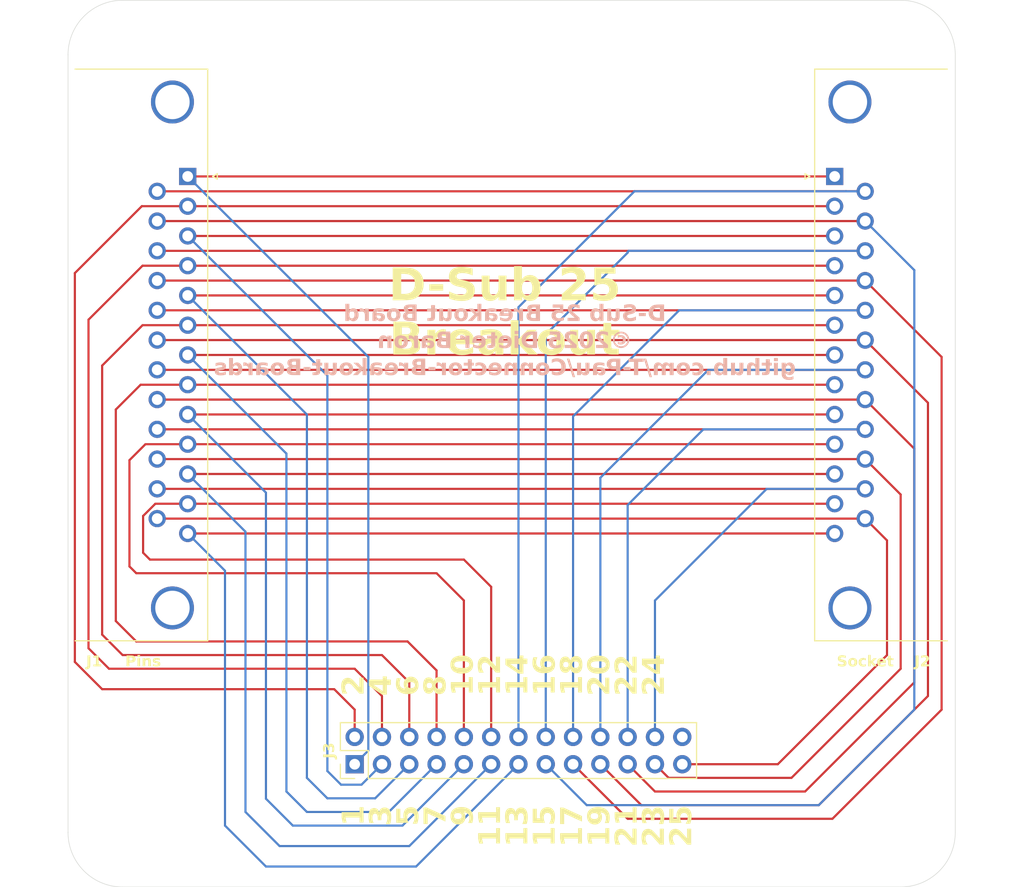
<source format=kicad_pcb>
(kicad_pcb (version 20241229) (generator "pcbnew") (generator_version "9.0")
  (layers (0 "F.Cu" signal) (2 "B.Cu" signal) (13 "F.Paste" user) (15 "B.Paste" user) (5 "F.SilkS" user "F.Silkscreen") (7 "B.SilkS" user "B.Silkscreen") (1 "F.Mask" user) (3 "B.Mask" user) (25 "Edge.Cuts" user))
  (net 0 "")
  (net 1 "Net-(J3-Pin_7)")
  (net 2 "Net-(J3-Pin_2)")
  (net 3 "Net-(J3-Pin_4)")
  (net 4 "Net-(J3-Pin_8)")
  (net 5 "Net-(J3-Pin_1)")
  (net 8 "Net-(J3-Pin_5)")
  (net 9 "Net-(J3-Pin_6)")
  (net 10 "Net-(J3-Pin_3)")
  (net 13 "Net-(J3-Pin_12)")
  (net 14 "Net-(J3-Pin_13)")
  (net 15 "Net-(J3-Pin_9)")
  (net 16 "Net-(J3-Pin_11)")
  (net 17 "Net-(J1-P15)")
  (net 18 "Net-(J3-Pin_10)")
  (net 19 "Net-(J1-P14)")
  (net 20 "Net-(J1-P16)")
  (net 21 "Net-(J1-P21)")
  (net 22 "Net-(J1-P17)")
  (net 23 "Net-(J1-P23)")
  (net 24 "Net-(J1-P18)")
  (net 25 "Net-(J1-P19)")
  (net 26 "Net-(J1-P20)")
  (net 27 "Net-(J1-P22)")
  (net 28 "Net-(J1-P25)")
  (net 29 "Net-(J1-P24)")
  (footprint "Connector_Dsub:DSUB-25_Pins_Horizontal_P2.77x2.84mm_EdgePinOffset7.70mm_Housed_MountingHolesOffset9.12mm" (layer "F.Cu") (at 73.365331 31.64 -90)
    (property "Reference" "J1" (at 45.195 7.960331 0) (layer "F.SilkS") (effects (justify right)))
    (property "Value" "Pins" (at 45.195 4.150331 0) (layer "F.SilkS"))
    (fp_line (start -9.99 10.48) (end -9.99 -1.86) (stroke (width 0.12)) (layer "F.SilkS"))
    (fp_line (start -9.99 -1.86) (end 43.23 -1.86) (stroke (width 0.12)) (layer "F.SilkS"))
    (fp_line (start 43.23 -1.86) (end 43.23 10.48) (stroke (width 0.12)) (layer "F.SilkS"))
    (fp_line (start 0 -2.321325) (end -0.25 -2.754338) (stroke (width 0.12)) (layer "F.SilkS"))
    (fp_line (start -0.25 -2.754338) (end 0.25 -2.754338) (stroke (width 0.12)) (layer "F.SilkS"))
    (fp_line (start 0.25 -2.754338) (end 0 -2.321325) (stroke (width 0.12)) (layer "F.SilkS"))
    (pad "0" thru_hole circle (at -6.93 1.42 270) (size 4 4) (drill 3.2) (layers "*.Cu" "*.Mask"))
    (pad "0" thru_hole circle (at 40.17 1.42 270) (size 4 4) (drill 3.2) (layers "*.Cu" "*.Mask"))
    (pad "1" thru_hole rect (at 0 0 270) (size 1.6 1.6) (drill 1) (layers "*.Cu" "*.Mask") (net 5 "Net-(J3-Pin_1)"))
    (pad "2" thru_hole circle (at 2.77 0 270) (size 1.6 1.6) (drill 1) (layers "*.Cu" "*.Mask") (net 2 "Net-(J3-Pin_2)"))
    (pad "3" thru_hole circle (at 5.54 0 270) (size 1.6 1.6) (drill 1) (layers "*.Cu" "*.Mask") (net 10 "Net-(J3-Pin_3)"))
    (pad "4" thru_hole circle (at 8.31 0 270) (size 1.6 1.6) (drill 1) (layers "*.Cu" "*.Mask") (net 3 "Net-(J3-Pin_4)"))
    (pad "5" thru_hole circle (at 11.08 0 270) (size 1.6 1.6) (drill 1) (layers "*.Cu" "*.Mask") (net 8 "Net-(J3-Pin_5)"))
    (pad "6" thru_hole circle (at 13.85 0 270) (size 1.6 1.6) (drill 1) (layers "*.Cu" "*.Mask") (net 9 "Net-(J3-Pin_6)"))
    (pad "7" thru_hole circle (at 16.62 0 270) (size 1.6 1.6) (drill 1) (layers "*.Cu" "*.Mask") (net 1 "Net-(J3-Pin_7)"))
    (pad "8" thru_hole circle (at 19.39 0 270) (size 1.6 1.6) (drill 1) (layers "*.Cu" "*.Mask") (net 4 "Net-(J3-Pin_8)"))
    (pad "9" thru_hole circle (at 22.16 0 270) (size 1.6 1.6) (drill 1) (layers "*.Cu" "*.Mask") (net 15 "Net-(J3-Pin_9)"))
    (pad "10" thru_hole circle (at 24.93 0 270) (size 1.6 1.6) (drill 1) (layers "*.Cu" "*.Mask") (net 18 "Net-(J3-Pin_10)"))
    (pad "11" thru_hole circle (at 27.7 0 270) (size 1.6 1.6) (drill 1) (layers "*.Cu" "*.Mask") (net 16 "Net-(J3-Pin_11)"))
    (pad "12" thru_hole circle (at 30.47 0 270) (size 1.6 1.6) (drill 1) (layers "*.Cu" "*.Mask") (net 13 "Net-(J3-Pin_12)"))
    (pad "13" thru_hole circle (at 33.24 0 270) (size 1.6 1.6) (drill 1) (layers "*.Cu" "*.Mask") (net 14 "Net-(J3-Pin_13)"))
    (pad "14" thru_hole circle (at 1.385 2.84 270) (size 1.6 1.6) (drill 1) (layers "*.Cu" "*.Mask") (net 19 "Net-(J1-P14)"))
    (pad "15" thru_hole circle (at 4.155 2.84 270) (size 1.6 1.6) (drill 1) (layers "*.Cu" "*.Mask") (net 17 "Net-(J1-P15)"))
    (pad "16" thru_hole circle (at 6.925 2.84 270) (size 1.6 1.6) (drill 1) (layers "*.Cu" "*.Mask") (net 20 "Net-(J1-P16)"))
    (pad "17" thru_hole circle (at 9.695 2.84 270) (size 1.6 1.6) (drill 1) (layers "*.Cu" "*.Mask") (net 22 "Net-(J1-P17)"))
    (pad "18" thru_hole circle (at 12.465 2.84 270) (size 1.6 1.6) (drill 1) (layers "*.Cu" "*.Mask") (net 24 "Net-(J1-P18)"))
    (pad "19" thru_hole circle (at 15.235 2.84 270) (size 1.6 1.6) (drill 1) (layers "*.Cu" "*.Mask") (net 25 "Net-(J1-P19)"))
    (pad "20" thru_hole circle (at 18.005 2.84 270) (size 1.6 1.6) (drill 1) (layers "*.Cu" "*.Mask") (net 26 "Net-(J1-P20)"))
    (pad "21" thru_hole circle (at 20.775 2.84 270) (size 1.6 1.6) (drill 1) (layers "*.Cu" "*.Mask") (net 21 "Net-(J1-P21)"))
    (pad "22" thru_hole circle (at 23.545 2.84 270) (size 1.6 1.6) (drill 1) (layers "*.Cu" "*.Mask") (net 27 "Net-(J1-P22)"))
    (pad "23" thru_hole circle (at 26.315 2.84 270) (size 1.6 1.6) (drill 1) (layers "*.Cu" "*.Mask") (net 23 "Net-(J1-P23)"))
    (pad "24" thru_hole circle (at 29.085 2.84 270) (size 1.6 1.6) (drill 1) (layers "*.Cu" "*.Mask") (net 29 "Net-(J1-P24)"))
    (pad "25" thru_hole circle (at 31.855 2.84 270) (size 1.6 1.6) (drill 1) (layers "*.Cu" "*.Mask") (net 28 "Net-(J1-P25)"))
  )
  (footprint "Connector_Dsub:DSUB-25_Socket_Horizontal_P2.77x2.84mm_EdgePinOffset7.70mm_Housed_MountingHolesOffset9.12mm" (layer "F.Cu") (at 133.559669 31.64 90)
    (property "Reference" "J2" (at -45.195 7.410331 0) (layer "F.SilkS") (effects (justify left)))
    (property "Value" "Socket" (at -45.195 5.505331 0) (layer "F.SilkS") (effects (justify right)))
    (fp_line (start 0.25 -2.754338) (end 0 -2.321325) (stroke (width 0.12)) (layer "F.SilkS"))
    (fp_line (start -0.25 -2.754338) (end 0.25 -2.754338) (stroke (width 0.12)) (layer "F.SilkS"))
    (fp_line (start 0 -2.321325) (end -0.25 -2.754338) (stroke (width 0.12)) (layer "F.SilkS"))
    (fp_line (start 9.99 -1.86) (end 9.99 10.48) (stroke (width 0.12)) (layer "F.SilkS"))
    (fp_line (start -43.23 -1.86) (end 9.99 -1.86) (stroke (width 0.12)) (layer "F.SilkS"))
    (fp_line (start -43.23 10.48) (end -43.23 -1.86) (stroke (width 0.12)) (layer "F.SilkS"))
    (pad "0" thru_hole circle (at -40.17 1.42 90) (size 4 4) (drill 3.2) (layers "*.Cu" "*.Mask"))
    (pad "0" thru_hole circle (at 6.93 1.42 90) (size 4 4) (drill 3.2) (layers "*.Cu" "*.Mask"))
    (pad "1" thru_hole rect (at 0 0 90) (size 1.6 1.6) (drill 1) (layers "*.Cu" "*.Mask") (net 5 "Net-(J3-Pin_1)"))
    (pad "2" thru_hole circle (at -2.77 0 90) (size 1.6 1.6) (drill 1) (layers "*.Cu" "*.Mask") (net 2 "Net-(J3-Pin_2)"))
    (pad "3" thru_hole circle (at -5.54 0 90) (size 1.6 1.6) (drill 1) (layers "*.Cu" "*.Mask") (net 10 "Net-(J3-Pin_3)"))
    (pad "4" thru_hole circle (at -8.31 0 90) (size 1.6 1.6) (drill 1) (layers "*.Cu" "*.Mask") (net 3 "Net-(J3-Pin_4)"))
    (pad "5" thru_hole circle (at -11.08 0 90) (size 1.6 1.6) (drill 1) (layers "*.Cu" "*.Mask") (net 8 "Net-(J3-Pin_5)"))
    (pad "6" thru_hole circle (at -13.85 0 90) (size 1.6 1.6) (drill 1) (layers "*.Cu" "*.Mask") (net 9 "Net-(J3-Pin_6)"))
    (pad "7" thru_hole circle (at -16.62 0 90) (size 1.6 1.6) (drill 1) (layers "*.Cu" "*.Mask") (net 1 "Net-(J3-Pin_7)"))
    (pad "8" thru_hole circle (at -19.39 0 90) (size 1.6 1.6) (drill 1) (layers "*.Cu" "*.Mask") (net 4 "Net-(J3-Pin_8)"))
    (pad "9" thru_hole circle (at -22.16 0 90) (size 1.6 1.6) (drill 1) (layers "*.Cu" "*.Mask") (net 15 "Net-(J3-Pin_9)"))
    (pad "10" thru_hole circle (at -24.93 0 90) (size 1.6 1.6) (drill 1) (layers "*.Cu" "*.Mask") (net 18 "Net-(J3-Pin_10)"))
    (pad "11" thru_hole circle (at -27.7 0 90) (size 1.6 1.6) (drill 1) (layers "*.Cu" "*.Mask") (net 16 "Net-(J3-Pin_11)"))
    (pad "12" thru_hole circle (at -30.47 0 90) (size 1.6 1.6) (drill 1) (layers "*.Cu" "*.Mask") (net 13 "Net-(J3-Pin_12)"))
    (pad "13" thru_hole circle (at -33.24 0 90) (size 1.6 1.6) (drill 1) (layers "*.Cu" "*.Mask") (net 14 "Net-(J3-Pin_13)"))
    (pad "14" thru_hole circle (at -1.385 2.84 90) (size 1.6 1.6) (drill 1) (layers "*.Cu" "*.Mask") (net 19 "Net-(J1-P14)"))
    (pad "15" thru_hole circle (at -4.155 2.84 90) (size 1.6 1.6) (drill 1) (layers "*.Cu" "*.Mask") (net 17 "Net-(J1-P15)"))
    (pad "16" thru_hole circle (at -6.925 2.84 90) (size 1.6 1.6) (drill 1) (layers "*.Cu" "*.Mask") (net 20 "Net-(J1-P16)"))
    (pad "17" thru_hole circle (at -9.695 2.84 90) (size 1.6 1.6) (drill 1) (layers "*.Cu" "*.Mask") (net 22 "Net-(J1-P17)"))
    (pad "18" thru_hole circle (at -12.465 2.84 90) (size 1.6 1.6) (drill 1) (layers "*.Cu" "*.Mask") (net 24 "Net-(J1-P18)"))
    (pad "19" thru_hole circle (at -15.235 2.84 90) (size 1.6 1.6) (drill 1) (layers "*.Cu" "*.Mask") (net 25 "Net-(J1-P19)"))
    (pad "20" thru_hole circle (at -18.005 2.84 90) (size 1.6 1.6) (drill 1) (layers "*.Cu" "*.Mask") (net 26 "Net-(J1-P20)"))
    (pad "21" thru_hole circle (at -20.775 2.84 90) (size 1.6 1.6) (drill 1) (layers "*.Cu" "*.Mask") (net 21 "Net-(J1-P21)"))
    (pad "22" thru_hole circle (at -23.545 2.84 90) (size 1.6 1.6) (drill 1) (layers "*.Cu" "*.Mask") (net 27 "Net-(J1-P22)"))
    (pad "23" thru_hole circle (at -26.315 2.84 90) (size 1.6 1.6) (drill 1) (layers "*.Cu" "*.Mask") (net 23 "Net-(J1-P23)"))
    (pad "24" thru_hole circle (at -29.085 2.84 90) (size 1.6 1.6) (drill 1) (layers "*.Cu" "*.Mask") (net 29 "Net-(J1-P24)"))
    (pad "25" thru_hole circle (at -31.855 2.84 90) (size 1.6 1.6) (drill 1) (layers "*.Cu" "*.Mask") (net 28 "Net-(J1-P25)"))
  )
  (footprint "Connector_PinHeader_2.54mm:PinHeader_2x13_P2.54mm_Vertical" (layer "F.Cu") (at 88.9 86.36 90)
    (property "Reference" "J3" (at 1.27 -2.33 90) (layer "F.SilkS"))
    (property "Value" "Breakout")
    (fp_line (start 3.87 -1.33) (end 3.87 31.81) (stroke (width 0.12)) (layer "F.SilkS"))
    (fp_line (start 1.27 -1.33) (end 3.87 -1.33) (stroke (width 0.12)) (layer "F.SilkS"))
    (fp_line (start -1.33 -1.33) (end 0 -1.33) (stroke (width 0.12)) (layer "F.SilkS"))
    (fp_line (start -1.33 0) (end -1.33 -1.33) (stroke (width 0.12)) (layer "F.SilkS"))
    (fp_line (start 1.27 1.27) (end 1.27 -1.33) (stroke (width 0.12)) (layer "F.SilkS"))
    (fp_line (start -1.33 1.27) (end 1.27 1.27) (stroke (width 0.12)) (layer "F.SilkS"))
    (fp_line (start -1.33 1.27) (end -1.33 31.81) (stroke (width 0.12)) (layer "F.SilkS"))
    (fp_line (start -1.33 31.81) (end 3.87 31.81) (stroke (width 0.12)) (layer "F.SilkS"))
    (pad "1" thru_hole rect (at 0 0 90) (size 1.7 1.7) (drill 1) (layers "*.Cu" "*.Mask") (net 5 "Net-(J3-Pin_1)"))
    (pad "2" thru_hole oval (at 2.54 0 90) (size 1.7 1.7) (drill 1) (layers "*.Cu" "*.Mask") (net 2 "Net-(J3-Pin_2)"))
    (pad "3" thru_hole oval (at 0 2.54 90) (size 1.7 1.7) (drill 1) (layers "*.Cu" "*.Mask") (net 10 "Net-(J3-Pin_3)"))
    (pad "4" thru_hole oval (at 2.54 2.54 90) (size 1.7 1.7) (drill 1) (layers "*.Cu" "*.Mask") (net 3 "Net-(J3-Pin_4)"))
    (pad "5" thru_hole oval (at 0 5.08 90) (size 1.7 1.7) (drill 1) (layers "*.Cu" "*.Mask") (net 8 "Net-(J3-Pin_5)"))
    (pad "6" thru_hole oval (at 2.54 5.08 90) (size 1.7 1.7) (drill 1) (layers "*.Cu" "*.Mask") (net 9 "Net-(J3-Pin_6)"))
    (pad "7" thru_hole oval (at 0 7.62 90) (size 1.7 1.7) (drill 1) (layers "*.Cu" "*.Mask") (net 1 "Net-(J3-Pin_7)"))
    (pad "8" thru_hole oval (at 2.54 7.62 90) (size 1.7 1.7) (drill 1) (layers "*.Cu" "*.Mask") (net 4 "Net-(J3-Pin_8)"))
    (pad "9" thru_hole oval (at 0 10.16 90) (size 1.7 1.7) (drill 1) (layers "*.Cu" "*.Mask") (net 15 "Net-(J3-Pin_9)"))
    (pad "10" thru_hole oval (at 2.54 10.16 90) (size 1.7 1.7) (drill 1) (layers "*.Cu" "*.Mask") (net 18 "Net-(J3-Pin_10)"))
    (pad "11" thru_hole oval (at 0 12.7 90) (size 1.7 1.7) (drill 1) (layers "*.Cu" "*.Mask") (net 16 "Net-(J3-Pin_11)"))
    (pad "12" thru_hole oval (at 2.54 12.7 90) (size 1.7 1.7) (drill 1) (layers "*.Cu" "*.Mask") (net 13 "Net-(J3-Pin_12)"))
    (pad "13" thru_hole oval (at 0 15.24 90) (size 1.7 1.7) (drill 1) (layers "*.Cu" "*.Mask") (net 14 "Net-(J3-Pin_13)"))
    (pad "14" thru_hole oval (at 2.54 15.24 90) (size 1.7 1.7) (drill 1) (layers "*.Cu" "*.Mask") (net 19 "Net-(J1-P14)"))
    (pad "15" thru_hole oval (at 0 17.78 90) (size 1.7 1.7) (drill 1) (layers "*.Cu" "*.Mask") (net 17 "Net-(J1-P15)"))
    (pad "16" thru_hole oval (at 2.54 17.78 90) (size 1.7 1.7) (drill 1) (layers "*.Cu" "*.Mask") (net 20 "Net-(J1-P16)"))
    (pad "17" thru_hole oval (at 0 20.32 90) (size 1.7 1.7) (drill 1) (layers "*.Cu" "*.Mask") (net 22 "Net-(J1-P17)"))
    (pad "18" thru_hole oval (at 2.54 20.32 90) (size 1.7 1.7) (drill 1) (layers "*.Cu" "*.Mask") (net 24 "Net-(J1-P18)"))
    (pad "19" thru_hole oval (at 0 22.86 90) (size 1.7 1.7) (drill 1) (layers "*.Cu" "*.Mask") (net 25 "Net-(J1-P19)"))
    (pad "20" thru_hole oval (at 2.54 22.86 90) (size 1.7 1.7) (drill 1) (layers "*.Cu" "*.Mask") (net 26 "Net-(J1-P20)"))
    (pad "21" thru_hole oval (at 0 25.4 90) (size 1.7 1.7) (drill 1) (layers "*.Cu" "*.Mask") (net 21 "Net-(J1-P21)"))
    (pad "22" thru_hole oval (at 2.54 25.4 90) (size 1.7 1.7) (drill 1) (layers "*.Cu" "*.Mask") (net 27 "Net-(J1-P22)"))
    (pad "23" thru_hole oval (at 0 27.94 90) (size 1.7 1.7) (drill 1) (layers "*.Cu" "*.Mask") (net 23 "Net-(J1-P23)"))
    (pad "24" thru_hole oval (at 2.54 27.94 90) (size 1.7 1.7) (drill 1) (layers "*.Cu" "*.Mask") (net 29 "Net-(J1-P24)"))
    (pad "25" thru_hole oval (at 0 30.48 90) (size 1.7 1.7) (drill 1) (layers "*.Cu" "*.Mask") (net 28 "Net-(J1-P25)"))
    (pad "26" thru_hole oval (at 2.54 30.48 90) (size 1.7 1.7) (drill 1) (layers "*.Cu" "*.Mask"))
  )
  (gr_arc (start 139.7 15.24) (mid 143.292102 16.727898) (end 144.78 20.32) (stroke (width 0.05)) (layer "Edge.Cuts"))
  (gr_line (start 144.78 20.32) (end 144.78 92.71) (stroke (width 0.05)) (layer "Edge.Cuts"))
  (gr_line (start 67.31 15.24) (end 139.7 15.24) (stroke (width 0.05)) (layer "Edge.Cuts"))
  (gr_line (start 62.23 92.71) (end 62.23 20.32) (stroke (width 0.05)) (layer "Edge.Cuts"))
  (gr_arc (start 62.23 20.32) (mid 63.717898 16.727898) (end 67.31 15.24) (stroke (width 0.05)) (layer "Edge.Cuts"))
  (gr_line (start 139.7 97.79) (end 67.31 97.79) (stroke (width 0.05)) (layer "Edge.Cuts"))
  (gr_arc (start 67.31 97.79) (mid 63.717898 96.302102) (end 62.23 92.71) (stroke (width 0.05)) (layer "Edge.Cuts"))
  (gr_arc (start 144.78 92.71) (mid 143.292102 96.302102) (end 139.7 97.79) (stroke (width 0.05)) (layer "Edge.Cuts"))
  (gr_text "19" (at 111.76 90.17 90) (layer "F.SilkS") (effects (font (size 2 2) (thickness 0.3) (bold yes)) (justify right)))
  (gr_text "14" (at 104.135 80.005 90) (layer "F.SilkS") (effects (font (size 2 2) (thickness 0.3) (bold yes)) (justify left)))
  (gr_text "D-Sub 25\nBreakout" (at 102.87 44.45 0) (layer "F.SilkS") (effects (font (size 3 3) (thickness 0.1))))
  (gr_text "16" (at 106.68 80.01 90) (layer "F.SilkS") (effects (font (size 2 2) (thickness 0.3) (bold yes)) (justify left)))
  (gr_text "13" (at 104.135 90.165 90) (layer "F.SilkS") (effects (font (size 2 2) (thickness 0.3) (bold yes)) (justify right)))
  (gr_text "22" (at 114.3 80.01 90) (layer "F.SilkS") (effects (font (size 2 2) (thickness 0.3) (bold yes)) (justify left)))
  (gr_text "23" (at 116.84 90.17 90) (layer "F.SilkS") (effects (font (size 2 2) (thickness 0.3) (bold yes)) (justify right)))
  (gr_text "18" (at 109.22 80.01 90) (layer "F.SilkS") (effects (font (size 2 2) (thickness 0.3) (bold yes)) (justify left)))
  (gr_text "8" (at 96.515 80.005 90) (layer "F.SilkS") (effects (font (size 2 2) (thickness 0.3) (bold yes)) (justify left)))
  (gr_text "15" (at 106.675 90.165 90) (layer "F.SilkS") (effects (font (size 2 2) (thickness 0.3) (bold yes)) (justify right)))
  (gr_text "17" (at 109.22 90.17 90) (layer "F.SilkS") (effects (font (size 2 2) (thickness 0.3) (bold yes)) (justify right)))
  (gr_text "20" (at 111.76 80.01 90) (layer "F.SilkS") (effects (font (size 2 2) (thickness 0.3) (bold yes)) (justify left)))
  (gr_text "5" (at 93.975 90.165 90) (layer "F.SilkS") (effects (font (size 2 2) (thickness 0.3) (bold yes)) (justify right)))
  (gr_text "2" (at 88.895 80.005 90) (layer "F.SilkS") (effects (font (size 2 2) (thickness 0.3) (bold yes)) (justify left)))
  (gr_text "7" (at 96.515 90.165 90) (layer "F.SilkS") (effects (font (size 2 2) (thickness 0.3) (bold yes)) (justify right)))
  (gr_text "11" (at 101.595 90.165 90) (layer "F.SilkS") (effects (font (size 2 2) (thickness 0.3) (bold yes)) (justify right)))
  (gr_text "12" (at 101.595 80.005 90) (layer "F.SilkS") (effects (font (size 2 2) (thickness 0.3) (bold yes)) (justify left)))
  (gr_text "3" (at 91.435 90.165 90) (layer "F.SilkS") (effects (font (size 2 2) (thickness 0.3) (bold yes)) (justify right)))
  (gr_text "24" (at 116.84 80.01 90) (layer "F.SilkS") (effects (font (size 2 2) (thickness 0.3) (bold yes)) (justify left)))
  (gr_text "4" (at 91.435 80.005 90) (layer "F.SilkS") (effects (font (size 2 2) (thickness 0.3) (bold yes)) (justify left)))
  (gr_text "10" (at 99.055 80.005 90) (layer "F.SilkS") (effects (font (size 2 2) (thickness 0.3) (bold yes)) (justify left)))
  (gr_text "1" (at 88.895 90.165 90) (layer "F.SilkS") (effects (font (size 2 2) (thickness 0.3) (bold yes)) (justify right)))
  (gr_text "25" (at 119.38 90.17 90) (layer "F.SilkS") (effects (font (size 2 2) (thickness 0.3) (bold yes)) (justify right)))
  (gr_text "6" (at 93.975 80.005 90) (layer "F.SilkS") (effects (font (size 2 2) (thickness 0.3) (bold yes)) (justify left)))
  (gr_text "9" (at 99.055 90.165 90) (layer "F.SilkS") (effects (font (size 2 2) (thickness 0.3) (bold yes)) (justify right)))
  (gr_text "21" (at 114.3 90.17 90) (layer "F.SilkS") (effects (font (size 2 2) (thickness 0.3) (bold yes)) (justify right)))
  (gr_text "D-Sub 25 Breakout Board\n©2025 Dieter Baron\ngithub.com/T-Pau/Connector-Breakout-Boards" (at 102.87 46.99 0) (layer "B.SilkS") (effects (font (size 1.5 1.5) (thickness 0.1)) (justify mirror)))
  (segment (start 73.365331 48.26) (end 133.559669 48.26) (width 0.2) (layer "F.Cu") (net 1))
  (segment (start 82.55 88.9) (end 82.55 57.444669) (width 0.2) (layer "B.Cu") (net 1))
  (segment (start 92.075 90.805) (end 84.455 90.805) (width 0.2) (layer "B.Cu") (net 1))
  (segment (start 84.455 90.805) (end 82.55 88.9) (width 0.2) (layer "B.Cu") (net 1))
  (segment (start 82.55 57.444669) (end 73.365331 48.26) (width 0.2) (layer "B.Cu") (net 1))
  (segment (start 96.52 86.36) (end 92.075 90.805) (width 0.2) (layer "B.Cu") (net 1))
  (segment (start 69.095 34.41) (end 73.365331 34.41) (width 0.2) (layer "F.Cu") (net 2))
  (segment (start 62.865 76.835) (end 62.865 40.64) (width 0.2) (layer "F.Cu") (net 2))
  (segment (start 88.9 81.28) (end 86.995 79.375) (width 0.2) (layer "F.Cu") (net 2))
  (segment (start 86.995 79.375) (end 65.405 79.375) (width 0.2) (layer "F.Cu") (net 2))
  (segment (start 88.9 83.82) (end 88.9 81.28) (width 0.2) (layer "F.Cu") (net 2))
  (segment (start 73.365331 34.41) (end 133.559669 34.41) (width 0.2) (layer "F.Cu") (net 2))
  (segment (start 65.405 79.375) (end 62.865 76.835) (width 0.2) (layer "F.Cu") (net 2))
  (segment (start 62.865 40.64) (end 69.095 34.41) (width 0.2) (layer "F.Cu") (net 2))
  (segment (start 69.161071 39.95) (end 73.365331 39.95) (width 0.2) (layer "F.Cu") (net 3))
  (segment (start 88.9 77.47) (end 66.04 77.47) (width 0.2) (layer "F.Cu") (net 3))
  (segment (start 91.44 80.01) (end 88.9 77.47) (width 0.2) (layer "F.Cu") (net 3))
  (segment (start 91.44 83.82) (end 91.44 80.01) (width 0.2) (layer "F.Cu") (net 3))
  (segment (start 66.04 77.47) (end 64.135 75.565) (width 0.2) (layer "F.Cu") (net 3))
  (segment (start 64.135 44.976071) (end 69.161071 39.95) (width 0.2) (layer "F.Cu") (net 3))
  (segment (start 64.135 75.565) (end 64.135 44.976071) (width 0.2) (layer "F.Cu") (net 3))
  (segment (start 73.365331 39.95) (end 133.559669 39.95) (width 0.2) (layer "F.Cu") (net 3))
  (segment (start 93.819913 74.93) (end 68.58 74.93) (width 0.2) (layer "F.Cu") (net 4))
  (segment (start 68.58 74.93) (end 66.675 73.025) (width 0.2) (layer "F.Cu") (net 4))
  (segment (start 96.52 77.630087) (end 93.819913 74.93) (width 0.2) (layer "F.Cu") (net 4))
  (segment (start 68.985 51.03) (end 73.365331 51.03) (width 0.2) (layer "F.Cu") (net 4))
  (segment (start 133.559669 51.03) (end 73.365331 51.03) (width 0.2) (layer "F.Cu") (net 4))
  (segment (start 66.675 53.34) (end 68.985 51.03) (width 0.2) (layer "F.Cu") (net 4))
  (segment (start 66.675 73.025) (end 66.675 53.34) (width 0.2) (layer "F.Cu") (net 4))
  (segment (start 96.52 83.82) (end 96.52 77.630087) (width 0.2) (layer "F.Cu") (net 4))
  (segment (start 73.365331 31.64) (end 133.559669 31.64) (width 0.2) (layer "F.Cu") (net 5))
  (segment (start 90.17 85.09) (end 90.17 48.444669) (width 0.2) (layer "B.Cu") (net 5))
  (segment (start 90.17 48.444669) (end 73.365331 31.64) (width 0.2) (layer "B.Cu") (net 5))
  (segment (start 88.9 86.36) (end 90.17 85.09) (width 0.2) (layer "B.Cu") (net 5))
  (segment (start 133.559669 42.72) (end 73.365331 42.72) (width 0.2) (layer "F.Cu") (net 8))
  (segment (start 90.805 89.535) (end 86.36 89.535) (width 0.2) (layer "B.Cu") (net 8))
  (segment (start 93.98 86.36) (end 90.805 89.535) (width 0.2) (layer "B.Cu") (net 8))
  (segment (start 84.455 87.63) (end 84.455 53.809669) (width 0.2) (layer "B.Cu") (net 8))
  (segment (start 86.36 89.535) (end 84.455 87.63) (width 0.2) (layer "B.Cu") (net 8))
  (segment (start 84.455 53.809669) (end 73.365331 42.72) (width 0.2) (layer "B.Cu") (net 8))
  (segment (start 91.44 76.2) (end 67.31 76.2) (width 0.2) (layer "F.Cu") (net 9))
  (segment (start 65.405 74.295) (end 65.405 49.249894) (width 0.2) (layer "F.Cu") (net 9))
  (segment (start 93.98 83.82) (end 93.98 78.74) (width 0.2) (layer "F.Cu") (net 9))
  (segment (start 69.164894 45.49) (end 73.365331 45.49) (width 0.2) (layer "F.Cu") (net 9))
  (segment (start 93.98 78.74) (end 91.44 76.2) (width 0.2) (layer "F.Cu") (net 9))
  (segment (start 67.31 76.2) (end 65.405 74.295) (width 0.2) (layer "F.Cu") (net 9))
  (segment (start 73.365331 45.49) (end 133.559669 45.49) (width 0.2) (layer "F.Cu") (net 9))
  (segment (start 65.405 49.249894) (end 69.164894 45.49) (width 0.2) (layer "F.Cu") (net 9))
  (segment (start 73.365331 37.18) (end 133.559669 37.18) (width 0.2) (layer "F.Cu") (net 10))
  (segment (start 86.36 50.174669) (end 73.365331 37.18) (width 0.2) (layer "B.Cu") (net 10))
  (segment (start 86.36 86.995) (end 86.36 50.174669) (width 0.2) (layer "B.Cu") (net 10))
  (segment (start 91.44 86.36) (end 89.535 88.265) (width 0.2) (layer "B.Cu") (net 10))
  (segment (start 87.63 88.265) (end 86.36 86.995) (width 0.2) (layer "B.Cu") (net 10))
  (segment (start 89.535 88.265) (end 87.63 88.265) (width 0.2) (layer "B.Cu") (net 10))
  (segment (start 69.215 63.248281) (end 70.353281 62.11) (width 0.2) (layer "F.Cu") (net 13))
  (segment (start 101.6 83.82) (end 101.6 69.85) (width 0.2) (layer "F.Cu") (net 13))
  (segment (start 69.85 67.31) (end 69.215 66.675) (width 0.2) (layer "F.Cu") (net 13))
  (segment (start 69.215 66.675) (end 69.215 63.248281) (width 0.2) (layer "F.Cu") (net 13))
  (segment (start 99.06 67.31) (end 69.85 67.31) (width 0.2) (layer "F.Cu") (net 13))
  (segment (start 101.6 69.85) (end 99.06 67.31) (width 0.2) (layer "F.Cu") (net 13))
  (segment (start 70.353281 62.11) (end 73.365331 62.11) (width 0.2) (layer "F.Cu") (net 13))
  (segment (start 133.559669 62.11) (end 73.365331 62.11) (width 0.2) (layer "F.Cu") (net 13))
  (segment (start 133.559669 64.88) (end 73.365331 64.88) (width 0.2) (layer "F.Cu") (net 14))
  (segment (start 76.835 68.349669) (end 73.365331 64.88) (width 0.2) (layer "B.Cu") (net 14))
  (segment (start 94.615 95.885) (end 80.645 95.885) (width 0.2) (layer "B.Cu") (net 14))
  (segment (start 76.835 92.075) (end 76.835 68.349669) (width 0.2) (layer "B.Cu") (net 14))
  (segment (start 104.14 86.36) (end 94.615 95.885) (width 0.2) (layer "B.Cu") (net 14))
  (segment (start 80.645 95.885) (end 76.835 92.075) (width 0.2) (layer "B.Cu") (net 14))
  (segment (start 133.559669 53.8) (end 73.365331 53.8) (width 0.2) (layer "F.Cu") (net 15))
  (segment (start 80.645 89.573016) (end 80.645 61.079669) (width 0.2) (layer "B.Cu") (net 15))
  (segment (start 80.645 61.079669) (end 73.365331 53.8) (width 0.2) (layer "B.Cu") (net 15))
  (segment (start 83.146984 92.075) (end 80.645 89.573016) (width 0.2) (layer "B.Cu") (net 15))
  (segment (start 93.345 92.075) (end 83.146984 92.075) (width 0.2) (layer "B.Cu") (net 15))
  (segment (start 99.06 86.36) (end 93.345 92.075) (width 0.2) (layer "B.Cu") (net 15))
  (segment (start 133.559669 59.34) (end 73.365331 59.34) (width 0.2) (layer "F.Cu") (net 16))
  (segment (start 78.74 64.714669) (end 73.365331 59.34) (width 0.2) (layer "B.Cu") (net 16))
  (segment (start 93.98 93.98) (end 81.915 93.98) (width 0.2) (layer "B.Cu") (net 16))
  (segment (start 78.74 90.805) (end 78.74 64.714669) (width 0.2) (layer "B.Cu") (net 16))
  (segment (start 101.6 86.36) (end 93.98 93.98) (width 0.2) (layer "B.Cu") (net 16))
  (segment (start 81.915 93.98) (end 78.74 90.805) (width 0.2) (layer "B.Cu") (net 16))
  (segment (start 70.525331 35.795) (end 136.399669 35.795) (width 0.2) (layer "F.Cu") (net 17))
  (segment (start 132.08 90.17) (end 140.97 81.28) (width 0.2) (layer "B.Cu") (net 17))
  (segment (start 106.68 86.36) (end 110.49 90.17) (width 0.2) (layer "B.Cu") (net 17))
  (segment (start 140.97 81.28) (end 140.97 40.365331) (width 0.2) (layer "B.Cu") (net 17))
  (segment (start 110.49 90.17) (end 132.08 90.17) (width 0.2) (layer "B.Cu") (net 17))
  (segment (start 140.97 40.365331) (end 136.399669 35.795) (width 0.2) (layer "B.Cu") (net 17))
  (segment (start 99.06 83.82) (end 99.06 71.12) (width 0.2) (layer "F.Cu") (net 18))
  (segment (start 67.945 58.056995) (end 69.431995 56.57) (width 0.2) (layer "F.Cu") (net 18))
  (segment (start 96.52 68.58) (end 68.58 68.58) (width 0.2) (layer "F.Cu") (net 18))
  (segment (start 67.945 67.945) (end 67.945 58.056995) (width 0.2) (layer "F.Cu") (net 18))
  (segment (start 68.58 68.58) (end 67.945 67.945) (width 0.2) (layer "F.Cu") (net 18))
  (segment (start 99.06 71.12) (end 96.52 68.58) (width 0.2) (layer "F.Cu") (net 18))
  (segment (start 69.431995 56.57) (end 73.365331 56.57) (width 0.2) (layer "F.Cu") (net 18))
  (segment (start 133.559669 56.57) (end 73.365331 56.57) (width 0.2) (layer "F.Cu") (net 18))
  (segment (start 70.525331 33.025) (end 136.399669 33.025) (width 0.2) (layer "F.Cu") (net 19))
  (segment (start 104.14 43.815) (end 114.935 33.02) (width 0.2) (layer "B.Cu") (net 19))
  (segment (start 134.62 33.02) (end 134.625 33.025) (width 0.2) (layer "B.Cu") (net 19))
  (segment (start 134.625 33.025) (end 136.399669 33.025) (width 0.2) (layer "B.Cu") (net 19))
  (segment (start 114.935 33.02) (end 134.62 33.02) (width 0.2) (layer "B.Cu") (net 19))
  (segment (start 104.14 83.82) (end 104.14 43.815) (width 0.2) (layer "B.Cu") (net 19))
  (segment (start 70.525331 38.565) (end 136.399669 38.565) (width 0.2) (layer "F.Cu") (net 20))
  (segment (start 106.68 46.355) (end 114.3 38.735) (width 0.2) (layer "B.Cu") (net 20))
  (segment (start 114.388164 38.565) (end 136.399669 38.565) (width 0.2) (layer "B.Cu") (net 20))
  (segment (start 114.3 38.653164) (end 114.388164 38.565) (width 0.2) (layer "B.Cu") (net 20))
  (segment (start 106.68 83.82) (end 106.68 46.355) (width 0.2) (layer "B.Cu") (net 20))
  (segment (start 114.3 38.735) (end 114.3 38.653164) (width 0.2) (layer "B.Cu") (net 20))
  (segment (start 140.97 56.985331) (end 136.399669 52.415) (width 0.2) (layer "F.Cu") (net 21))
  (segment (start 140.97 78.74) (end 140.97 56.985331) (width 0.2) (layer "F.Cu") (net 21))
  (segment (start 70.525331 52.415) (end 136.399669 52.415) (width 0.2) (layer "F.Cu") (net 21))
  (segment (start 114.3 86.36) (end 116.84 88.9) (width 0.2) (layer "F.Cu") (net 21))
  (segment (start 130.81 88.9) (end 140.97 78.74) (width 0.2) (layer "F.Cu") (net 21))
  (segment (start 116.84 88.9) (end 130.81 88.9) (width 0.2) (layer "F.Cu") (net 21))
  (segment (start 143.51 48.445331) (end 136.399669 41.335) (width 0.2) (layer "F.Cu") (net 22))
  (segment (start 114.3 91.44) (end 133.35 91.44) (width 0.2) (layer "F.Cu") (net 22))
  (segment (start 70.525331 41.335) (end 136.399669 41.335) (width 0.2) (layer "F.Cu") (net 22))
  (segment (start 143.51 81.28) (end 143.51 48.445331) (width 0.2) (layer "F.Cu") (net 22))
  (segment (start 133.35 91.44) (end 143.51 81.28) (width 0.2) (layer "F.Cu") (net 22))
  (segment (start 109.22 86.36) (end 114.3 91.44) (width 0.2) (layer "F.Cu") (net 22))
  (segment (start 129.54 87.63) (end 139.7 77.47) (width 0.2) (layer "F.Cu") (net 23))
  (segment (start 70.525331 57.955) (end 136.399669 57.955) (width 0.2) (layer "F.Cu") (net 23))
  (segment (start 116.84 86.36) (end 118.11 87.63) (width 0.2) (layer "F.Cu") (net 23))
  (segment (start 118.11 87.63) (end 129.54 87.63) (width 0.2) (layer "F.Cu") (net 23))
  (segment (start 139.7 77.47) (end 139.7 61.255331) (width 0.2) (layer "F.Cu") (net 23))
  (segment (start 139.7 61.255331) (end 136.399669 57.955) (width 0.2) (layer "F.Cu") (net 23))
  (segment (start 70.525331 44.105) (end 136.399669 44.105) (width 0.2) (layer "F.Cu") (net 24))
  (segment (start 109.22 53.975) (end 119.09 44.105) (width 0.2) (layer "B.Cu") (net 24))
  (segment (start 119.09 44.105) (end 136.399669 44.105) (width 0.2) (layer "B.Cu") (net 24))
  (segment (start 109.22 83.82) (end 109.22 53.975) (width 0.2) (layer "B.Cu") (net 24))
  (segment (start 142.24 52.715331) (end 136.399669 46.875) (width 0.2) (layer "F.Cu") (net 25))
  (segment (start 142.24 80.01) (end 142.24 52.715331) (width 0.2) (layer "F.Cu") (net 25))
  (segment (start 115.57 90.17) (end 132.08 90.17) (width 0.2) (layer "F.Cu") (net 25))
  (segment (start 132.08 90.17) (end 142.24 80.01) (width 0.2) (layer "F.Cu") (net 25))
  (segment (start 70.525331 46.875) (end 136.399669 46.875) (width 0.2) (layer "F.Cu") (net 25))
  (segment (start 111.76 86.36) (end 115.57 90.17) (width 0.2) (layer "F.Cu") (net 25))
  (segment (start 70.525331 49.645) (end 136.399669 49.645) (width 0.2) (layer "F.Cu") (net 26))
  (segment (start 121.805 49.645) (end 136.399669 49.645) (width 0.2) (layer "B.Cu") (net 26))
  (segment (start 111.76 83.82) (end 111.76 59.69) (width 0.2) (layer "B.Cu") (net 26))
  (segment (start 111.76 59.69) (end 121.805 49.645) (width 0.2) (layer "B.Cu") (net 26))
  (segment (start 70.525331 55.185) (end 136.399669 55.185) (width 0.2) (layer "F.Cu") (net 27))
  (segment (start 114.3 83.82) (end 114.3 62.23) (width 0.2) (layer "B.Cu") (net 27))
  (segment (start 114.3 62.23) (end 121.345 55.185) (width 0.2) (layer "B.Cu") (net 27))
  (segment (start 121.345 55.185) (end 136.399669 55.185) (width 0.2) (layer "B.Cu") (net 27))
  (segment (start 70.525331 63.495) (end 136.399669 63.495) (width 0.2) (layer "F.Cu") (net 28))
  (segment (start 128.27 86.36) (end 138.43 76.2) (width 0.2) (layer "F.Cu") (net 28))
  (segment (start 138.43 65.525331) (end 136.399669 63.495) (width 0.2) (layer "F.Cu") (net 28))
  (segment (start 119.38 86.36) (end 128.27 86.36) (width 0.2) (layer "F.Cu") (net 28))
  (segment (start 138.43 76.2) (end 138.43 65.525331) (width 0.2) (layer "F.Cu") (net 28))
  (segment (start 70.525331 60.725) (end 136.399669 60.725) (width 0.2) (layer "F.Cu") (net 29))
  (segment (start 116.84 83.82) (end 116.84 71.12) (width 0.2) (layer "B.Cu") (net 29))
  (segment (start 127.235 60.725) (end 136.399669 60.725) (width 0.2) (layer "B.Cu") (net 29))
  (segment (start 116.84 71.12) (end 127.235 60.725) (width 0.2) (layer "B.Cu") (net 29))
)
</source>
